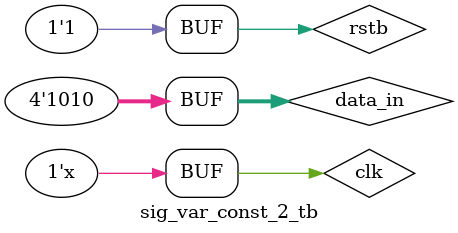
<source format=v>
module
sig_var_const_2(data_out, sig_delay, rstb, clk, data_in);
output reg [3:0] data_out, sig_delay;
input rstb, clk;
input [3:0] data_in;

always @(posedge clk or negedge rstb)
if(!rstb) begin
    data_out = 0;
    sig_delay = 0;
end
else begin
    sig_delay = data_in;
    data_out = sig_delay;
end
endmodule

//sig_var_const_2_tb.v
`timescale 1ns/1ns

module sig_var_const_2_tb;
wire [3:0] data_out, sig_delay;
reg rstb, clk;
reg [3:0] data_in;

sig_var_const_2 sig_var_const_2_tb0(
    .rstb(rstb),
    .clk(clk),
    .data_in(data_in),
    .data_out(data_out),
    .sig_delay(sig_delay)
);

initial
begin
    // non-blocking
clk <= 0;
rstb <= 0;
data_in <= 1;
data_in <= #10 2;
data_in <= #20 3;
data_in <= #30 4;
data_in <= #40 5;
data_in <= #50 6;
data_in <= #60 7;
data_in <= #70 8;
data_in <= #80 9;
data_in <= #90 10;
rstb <= #10 1;
 end
always #5 clk = ~clk;
endmodule  
    
</source>
